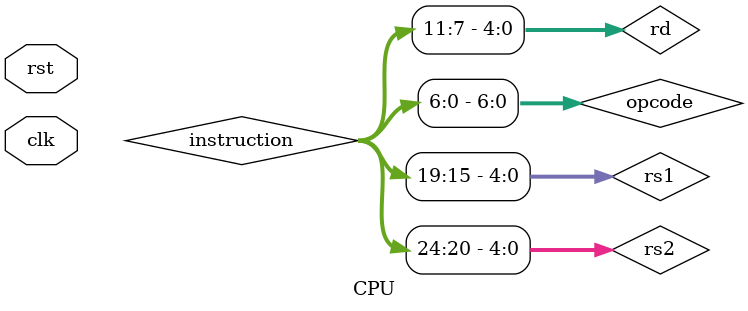
<source format=sv>
module CPU (
    input  logic        clk,
    input  logic        rst
);

    //=================================================
    //INTERMEDIATE WIRES
    //=================================================

    // Program Counter signals
    logic [31:0] pc;
    logic [31:0] next_pc;

    // Instruction memory signals
    logic [31:0] instruction;

    // Instruction Decode
    logic [6:0]  opcode = instruction[6:0];
    logic [4:0]  rd     = instruction[11:7];
    logic [2:0]  funct3 = instruction[14:12];
    logic [4:0]  rs1    = instruction[19:15];
    logic [4:0]  rs2    = instruction[24:20];
    logic [6:0]  funct7 = instruction[31:25];

    // Register File signals
    logic [31:0] reg_data1, reg_data2, write_back_data;

    // Immediate Generator (Sign Extender)
    logic [31:0] imm;
    logic [2:0]  instr_type;

    // Control Signals
    logic        RegWrite, MemWrite, MemRead, MemtoReg, ALU_Src, Branch;
    logic [4:0]  alu_control;

    // ALU Signals
    logic [31:0] alu_op2;
    logic [31:0] alu_result;
    logic        branch_taken;
    logic        jal_jump, jalr_jump;
    logic [31:0] branch_target, jal_target, jalr_target;

    // Data Memory Signals
    logic [31:0] mem_read_data;

    //=================================================
    //BLOCK INSTANTIATIONS
    //=================================================
    
    ProgramCounter ProgramCounter (
        .clk(clk),
        .rst(rst),
        .branch_taken(branch_taken),
        .branch_target(branch_target),
        .is_jal(jal_jump),
        .is_jalr(jalr_jump),
        .jal_target(jal_target),
        .jalr_target(jalr_target),
        .pc(pc)
    );

    InstructionMemory InstructionMemory (
        .clk(clk),
        .rst(rst),
        .pc(pc),
        .instruction(instruction)
    );

    ControlUnit ControlUnit (
        .opcode(opcode),
        .funct3(funct3),
        .funct7(funct7),
        .Branch(Branch),
        .MemRead(MemRead),
        .MemtoReg(MemtoReg),
        .MemWrite(MemWrite),
        .ALU_Src(ALU_Src),
        .RegWrite(RegWrite),
        .alu_control(alu_control),
        .instr_type(instr_type)
    );

    RegisterFile RegisterFile (
        .clk(clk),
        .rst(rst),
        .read_address1(rs1),
        .read_address2(rs2),
        .read_data1(reg_data1),
        .read_data2(reg_data2),
        .wr_address(rd),
        .data(write_back_data),
        .write_enable(RegWrite)
    );

    SignExtender SignExtender (
        .instruction(instruction),
        .instr_type(instr_type),
        .immediate(imm)
    );

    assign alu_op2 = (ALU_Src) ? imm : reg_data2;

    ALU ALU (
        .op1(reg_data1),
        .op2(alu_op2),
        .alu_control(alu_control),
        .pc(pc),
        .alu_result(alu_result),
        .branch_taken(branch_taken),
        .jal_jump(jal_jump),
        .jalr_jump(jalr_jump),
        .branch_target(branch_target),
        .jal_target(jal_target),
        .jalr_target(jalr_target)
    );

    DataMemory DataMemory (
        .clk(clk),
        .rst(rst),
        .MemRead(MemRead),
        .MemWrite(MemWrite),
        .address(alu_result),
        .write_data(reg_data2),
        .funct3(funct3),
        .read_data(mem_read_data)
    );

    assign write_back_data = (MemtoReg) ? mem_read_data : alu_result;

endmodule

</source>
